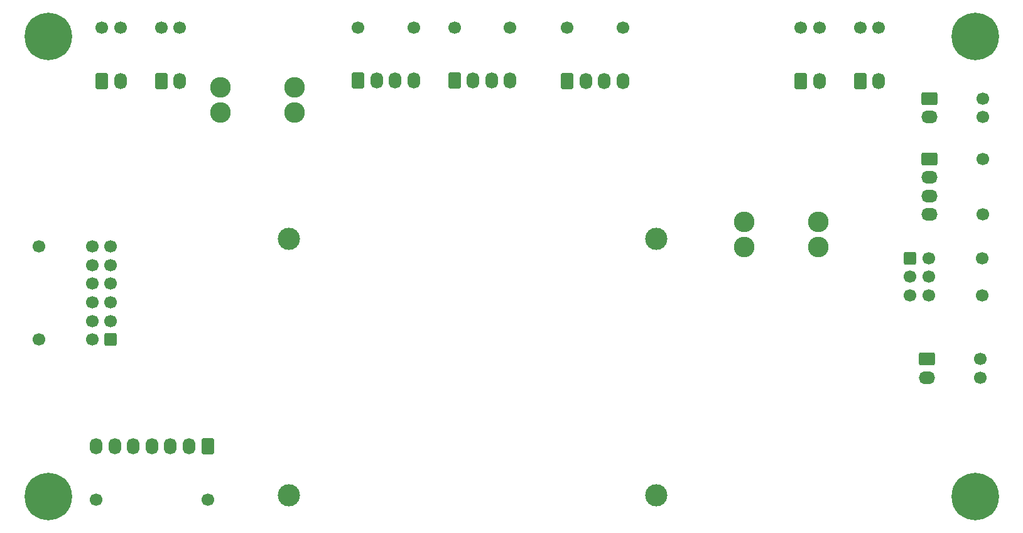
<source format=gbr>
%TF.GenerationSoftware,KiCad,Pcbnew,9.0.4*%
%TF.CreationDate,2025-10-25T01:57:36-05:00*%
%TF.ProjectId,ControlsLeader_PCB,436f6e74-726f-46c7-934c-65616465725f,rev?*%
%TF.SameCoordinates,Original*%
%TF.FileFunction,Soldermask,Bot*%
%TF.FilePolarity,Negative*%
%FSLAX46Y46*%
G04 Gerber Fmt 4.6, Leading zero omitted, Abs format (unit mm)*
G04 Created by KiCad (PCBNEW 9.0.4) date 2025-10-25 01:57:36*
%MOMM*%
%LPD*%
G01*
G04 APERTURE LIST*
G04 Aperture macros list*
%AMRoundRect*
0 Rectangle with rounded corners*
0 $1 Rounding radius*
0 $2 $3 $4 $5 $6 $7 $8 $9 X,Y pos of 4 corners*
0 Add a 4 corners polygon primitive as box body*
4,1,4,$2,$3,$4,$5,$6,$7,$8,$9,$2,$3,0*
0 Add four circle primitives for the rounded corners*
1,1,$1+$1,$2,$3*
1,1,$1+$1,$4,$5*
1,1,$1+$1,$6,$7*
1,1,$1+$1,$8,$9*
0 Add four rect primitives between the rounded corners*
20,1,$1+$1,$2,$3,$4,$5,0*
20,1,$1+$1,$4,$5,$6,$7,0*
20,1,$1+$1,$6,$7,$8,$9,0*
20,1,$1+$1,$8,$9,$2,$3,0*%
G04 Aperture macros list end*
%ADD10C,1.700000*%
%ADD11RoundRect,0.250000X-0.850000X-0.600000X0.850000X-0.600000X0.850000X0.600000X-0.850000X0.600000X0*%
%ADD12O,2.200000X1.700000*%
%ADD13RoundRect,0.250000X0.600000X-0.850000X0.600000X0.850000X-0.600000X0.850000X-0.600000X-0.850000X0*%
%ADD14O,1.700000X2.200000*%
%ADD15C,3.000000*%
%ADD16C,3.600000*%
%ADD17C,6.400000*%
%ADD18C,2.780000*%
%ADD19RoundRect,0.250000X-0.600000X-0.600000X0.600000X-0.600000X0.600000X0.600000X-0.600000X0.600000X0*%
%ADD20RoundRect,0.250000X0.600000X0.600000X-0.600000X0.600000X-0.600000X-0.600000X0.600000X-0.600000X0*%
%ADD21RoundRect,0.250000X-0.600000X0.850000X-0.600000X-0.850000X0.600000X-0.850000X0.600000X0.850000X0*%
G04 APERTURE END LIST*
D10*
%TO.C,J11*%
X216000000Y-71400000D03*
X216000000Y-73900000D03*
D11*
X208820000Y-71400000D03*
D12*
X208820000Y-73900000D03*
%TD*%
D10*
%TO.C,J3*%
X105250000Y-61820000D03*
X107750000Y-61820000D03*
D13*
X105250000Y-69000000D03*
D14*
X107750000Y-69000000D03*
%TD*%
D15*
%TO.C,U2*%
X172000000Y-124800000D03*
X172000000Y-90300000D03*
X122500000Y-124800000D03*
X122500000Y-90300000D03*
%TD*%
D10*
%TO.C,J15*%
X160000000Y-61820000D03*
X167500000Y-61820000D03*
D13*
X160000000Y-69000000D03*
D14*
X162500000Y-69000000D03*
X165000000Y-69000000D03*
X167500000Y-69000000D03*
%TD*%
D16*
%TO.C,H1*%
X90000000Y-63000000D03*
D17*
X90000000Y-63000000D03*
%TD*%
D18*
%TO.C,F2*%
X183875000Y-87975000D03*
X183875000Y-91375000D03*
X193795000Y-87975000D03*
X193795000Y-91375000D03*
%TD*%
D10*
%TO.C,J13*%
X199500000Y-61820000D03*
X202000000Y-61820000D03*
D13*
X199500000Y-69000000D03*
D14*
X202000000Y-69000000D03*
%TD*%
D10*
%TO.C,J17*%
X215640000Y-106500000D03*
X215640000Y-109000000D03*
D11*
X208460000Y-106500000D03*
D12*
X208460000Y-109000000D03*
%TD*%
D10*
%TO.C,J8*%
X215900000Y-92900000D03*
X215900000Y-97900000D03*
D19*
X206220000Y-92900000D03*
D10*
X206220000Y-95400000D03*
X206220000Y-97900000D03*
X208720000Y-92900000D03*
X208720000Y-95400000D03*
X208720000Y-97900000D03*
%TD*%
D16*
%TO.C,H4*%
X90000000Y-125000000D03*
D17*
X90000000Y-125000000D03*
%TD*%
D16*
%TO.C,H2*%
X215000000Y-63000000D03*
D17*
X215000000Y-63000000D03*
%TD*%
D10*
%TO.C,J6*%
X88775000Y-103840000D03*
X88775000Y-91340000D03*
D20*
X98455000Y-103840000D03*
D10*
X98455000Y-101340000D03*
X98455000Y-98840000D03*
X98455000Y-96340000D03*
X98455000Y-93840000D03*
X98455000Y-91340000D03*
X95955000Y-103840000D03*
X95955000Y-101340000D03*
X95955000Y-98840000D03*
X95955000Y-96340000D03*
X95955000Y-93840000D03*
X95955000Y-91340000D03*
%TD*%
%TO.C,J9*%
X191500000Y-61820000D03*
X194000000Y-61820000D03*
D13*
X191500000Y-69000000D03*
D14*
X194000000Y-69000000D03*
%TD*%
D18*
%TO.C,F1*%
X123190000Y-73250000D03*
X123190000Y-69850000D03*
X113270000Y-73250000D03*
X113270000Y-69850000D03*
%TD*%
D10*
%TO.C,J12*%
X111500000Y-125440000D03*
X96500000Y-125440000D03*
D21*
X111500000Y-118260000D03*
D14*
X109000000Y-118260000D03*
X106500000Y-118260000D03*
X104000000Y-118260000D03*
X101500000Y-118260000D03*
X99000000Y-118260000D03*
X96500000Y-118260000D03*
%TD*%
D10*
%TO.C,J4*%
X144800000Y-61800000D03*
X152300000Y-61800000D03*
D13*
X144800000Y-68980000D03*
D14*
X147300000Y-68980000D03*
X149800000Y-68980000D03*
X152300000Y-68980000D03*
%TD*%
D10*
%TO.C,J7*%
X216000000Y-79500000D03*
X216000000Y-87000000D03*
D11*
X208820000Y-79500000D03*
D12*
X208820000Y-82000000D03*
X208820000Y-84500000D03*
X208820000Y-87000000D03*
%TD*%
D16*
%TO.C,H3*%
X215000000Y-125000000D03*
D17*
X215000000Y-125000000D03*
%TD*%
D10*
%TO.C,J1*%
X97260000Y-61820000D03*
X99760000Y-61820000D03*
D13*
X97260000Y-69000000D03*
D14*
X99760000Y-69000000D03*
%TD*%
D10*
%TO.C,J2*%
X131810000Y-61800000D03*
X139310000Y-61800000D03*
D13*
X131810000Y-68980000D03*
D14*
X134310000Y-68980000D03*
X136810000Y-68980000D03*
X139310000Y-68980000D03*
%TD*%
M02*

</source>
